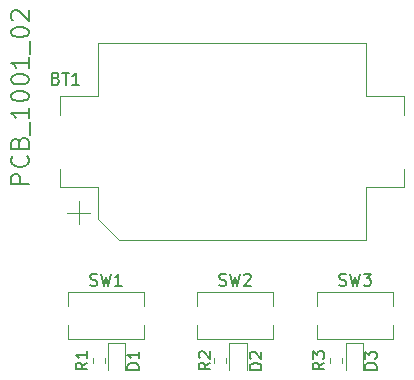
<source format=gbr>
%TF.GenerationSoftware,KiCad,Pcbnew,8.0.6*%
%TF.CreationDate,2025-04-02T21:44:45+01:00*%
%TF.ProjectId,PCB_1001_00,5043425f-3130-4303-915f-30302e6b6963,01*%
%TF.SameCoordinates,Original*%
%TF.FileFunction,Legend,Top*%
%TF.FilePolarity,Positive*%
%FSLAX46Y46*%
G04 Gerber Fmt 4.6, Leading zero omitted, Abs format (unit mm)*
G04 Created by KiCad (PCBNEW 8.0.6) date 2025-04-02 21:44:45*
%MOMM*%
%LPD*%
G01*
G04 APERTURE LIST*
%ADD10C,0.200000*%
%ADD11C,0.150000*%
%ADD12C,0.120000*%
G04 APERTURE END LIST*
D10*
X125536028Y-93999279D02*
X124036028Y-93999279D01*
X124036028Y-93999279D02*
X124036028Y-93427850D01*
X124036028Y-93427850D02*
X124107457Y-93284993D01*
X124107457Y-93284993D02*
X124178885Y-93213564D01*
X124178885Y-93213564D02*
X124321742Y-93142136D01*
X124321742Y-93142136D02*
X124536028Y-93142136D01*
X124536028Y-93142136D02*
X124678885Y-93213564D01*
X124678885Y-93213564D02*
X124750314Y-93284993D01*
X124750314Y-93284993D02*
X124821742Y-93427850D01*
X124821742Y-93427850D02*
X124821742Y-93999279D01*
X125393171Y-91642136D02*
X125464600Y-91713564D01*
X125464600Y-91713564D02*
X125536028Y-91927850D01*
X125536028Y-91927850D02*
X125536028Y-92070707D01*
X125536028Y-92070707D02*
X125464600Y-92284993D01*
X125464600Y-92284993D02*
X125321742Y-92427850D01*
X125321742Y-92427850D02*
X125178885Y-92499279D01*
X125178885Y-92499279D02*
X124893171Y-92570707D01*
X124893171Y-92570707D02*
X124678885Y-92570707D01*
X124678885Y-92570707D02*
X124393171Y-92499279D01*
X124393171Y-92499279D02*
X124250314Y-92427850D01*
X124250314Y-92427850D02*
X124107457Y-92284993D01*
X124107457Y-92284993D02*
X124036028Y-92070707D01*
X124036028Y-92070707D02*
X124036028Y-91927850D01*
X124036028Y-91927850D02*
X124107457Y-91713564D01*
X124107457Y-91713564D02*
X124178885Y-91642136D01*
X124750314Y-90499279D02*
X124821742Y-90284993D01*
X124821742Y-90284993D02*
X124893171Y-90213564D01*
X124893171Y-90213564D02*
X125036028Y-90142136D01*
X125036028Y-90142136D02*
X125250314Y-90142136D01*
X125250314Y-90142136D02*
X125393171Y-90213564D01*
X125393171Y-90213564D02*
X125464600Y-90284993D01*
X125464600Y-90284993D02*
X125536028Y-90427850D01*
X125536028Y-90427850D02*
X125536028Y-90999279D01*
X125536028Y-90999279D02*
X124036028Y-90999279D01*
X124036028Y-90999279D02*
X124036028Y-90499279D01*
X124036028Y-90499279D02*
X124107457Y-90356422D01*
X124107457Y-90356422D02*
X124178885Y-90284993D01*
X124178885Y-90284993D02*
X124321742Y-90213564D01*
X124321742Y-90213564D02*
X124464600Y-90213564D01*
X124464600Y-90213564D02*
X124607457Y-90284993D01*
X124607457Y-90284993D02*
X124678885Y-90356422D01*
X124678885Y-90356422D02*
X124750314Y-90499279D01*
X124750314Y-90499279D02*
X124750314Y-90999279D01*
X125678885Y-89856422D02*
X125678885Y-88713564D01*
X125536028Y-87570707D02*
X125536028Y-88427850D01*
X125536028Y-87999279D02*
X124036028Y-87999279D01*
X124036028Y-87999279D02*
X124250314Y-88142136D01*
X124250314Y-88142136D02*
X124393171Y-88284993D01*
X124393171Y-88284993D02*
X124464600Y-88427850D01*
X124036028Y-86642136D02*
X124036028Y-86499279D01*
X124036028Y-86499279D02*
X124107457Y-86356422D01*
X124107457Y-86356422D02*
X124178885Y-86284994D01*
X124178885Y-86284994D02*
X124321742Y-86213565D01*
X124321742Y-86213565D02*
X124607457Y-86142136D01*
X124607457Y-86142136D02*
X124964600Y-86142136D01*
X124964600Y-86142136D02*
X125250314Y-86213565D01*
X125250314Y-86213565D02*
X125393171Y-86284994D01*
X125393171Y-86284994D02*
X125464600Y-86356422D01*
X125464600Y-86356422D02*
X125536028Y-86499279D01*
X125536028Y-86499279D02*
X125536028Y-86642136D01*
X125536028Y-86642136D02*
X125464600Y-86784994D01*
X125464600Y-86784994D02*
X125393171Y-86856422D01*
X125393171Y-86856422D02*
X125250314Y-86927851D01*
X125250314Y-86927851D02*
X124964600Y-86999279D01*
X124964600Y-86999279D02*
X124607457Y-86999279D01*
X124607457Y-86999279D02*
X124321742Y-86927851D01*
X124321742Y-86927851D02*
X124178885Y-86856422D01*
X124178885Y-86856422D02*
X124107457Y-86784994D01*
X124107457Y-86784994D02*
X124036028Y-86642136D01*
X124036028Y-85213565D02*
X124036028Y-85070708D01*
X124036028Y-85070708D02*
X124107457Y-84927851D01*
X124107457Y-84927851D02*
X124178885Y-84856423D01*
X124178885Y-84856423D02*
X124321742Y-84784994D01*
X124321742Y-84784994D02*
X124607457Y-84713565D01*
X124607457Y-84713565D02*
X124964600Y-84713565D01*
X124964600Y-84713565D02*
X125250314Y-84784994D01*
X125250314Y-84784994D02*
X125393171Y-84856423D01*
X125393171Y-84856423D02*
X125464600Y-84927851D01*
X125464600Y-84927851D02*
X125536028Y-85070708D01*
X125536028Y-85070708D02*
X125536028Y-85213565D01*
X125536028Y-85213565D02*
X125464600Y-85356423D01*
X125464600Y-85356423D02*
X125393171Y-85427851D01*
X125393171Y-85427851D02*
X125250314Y-85499280D01*
X125250314Y-85499280D02*
X124964600Y-85570708D01*
X124964600Y-85570708D02*
X124607457Y-85570708D01*
X124607457Y-85570708D02*
X124321742Y-85499280D01*
X124321742Y-85499280D02*
X124178885Y-85427851D01*
X124178885Y-85427851D02*
X124107457Y-85356423D01*
X124107457Y-85356423D02*
X124036028Y-85213565D01*
X125536028Y-83284994D02*
X125536028Y-84142137D01*
X125536028Y-83713566D02*
X124036028Y-83713566D01*
X124036028Y-83713566D02*
X124250314Y-83856423D01*
X124250314Y-83856423D02*
X124393171Y-83999280D01*
X124393171Y-83999280D02*
X124464600Y-84142137D01*
X125678885Y-82999281D02*
X125678885Y-81856423D01*
X124036028Y-81213566D02*
X124036028Y-81070709D01*
X124036028Y-81070709D02*
X124107457Y-80927852D01*
X124107457Y-80927852D02*
X124178885Y-80856424D01*
X124178885Y-80856424D02*
X124321742Y-80784995D01*
X124321742Y-80784995D02*
X124607457Y-80713566D01*
X124607457Y-80713566D02*
X124964600Y-80713566D01*
X124964600Y-80713566D02*
X125250314Y-80784995D01*
X125250314Y-80784995D02*
X125393171Y-80856424D01*
X125393171Y-80856424D02*
X125464600Y-80927852D01*
X125464600Y-80927852D02*
X125536028Y-81070709D01*
X125536028Y-81070709D02*
X125536028Y-81213566D01*
X125536028Y-81213566D02*
X125464600Y-81356424D01*
X125464600Y-81356424D02*
X125393171Y-81427852D01*
X125393171Y-81427852D02*
X125250314Y-81499281D01*
X125250314Y-81499281D02*
X124964600Y-81570709D01*
X124964600Y-81570709D02*
X124607457Y-81570709D01*
X124607457Y-81570709D02*
X124321742Y-81499281D01*
X124321742Y-81499281D02*
X124178885Y-81427852D01*
X124178885Y-81427852D02*
X124107457Y-81356424D01*
X124107457Y-81356424D02*
X124036028Y-81213566D01*
X124178885Y-80142138D02*
X124107457Y-80070710D01*
X124107457Y-80070710D02*
X124036028Y-79927853D01*
X124036028Y-79927853D02*
X124036028Y-79570710D01*
X124036028Y-79570710D02*
X124107457Y-79427853D01*
X124107457Y-79427853D02*
X124178885Y-79356424D01*
X124178885Y-79356424D02*
X124321742Y-79284995D01*
X124321742Y-79284995D02*
X124464600Y-79284995D01*
X124464600Y-79284995D02*
X124678885Y-79356424D01*
X124678885Y-79356424D02*
X125536028Y-80213567D01*
X125536028Y-80213567D02*
X125536028Y-79284995D01*
D11*
X145234819Y-109727094D02*
X144234819Y-109727094D01*
X144234819Y-109727094D02*
X144234819Y-109488999D01*
X144234819Y-109488999D02*
X144282438Y-109346142D01*
X144282438Y-109346142D02*
X144377676Y-109250904D01*
X144377676Y-109250904D02*
X144472914Y-109203285D01*
X144472914Y-109203285D02*
X144663390Y-109155666D01*
X144663390Y-109155666D02*
X144806247Y-109155666D01*
X144806247Y-109155666D02*
X144996723Y-109203285D01*
X144996723Y-109203285D02*
X145091961Y-109250904D01*
X145091961Y-109250904D02*
X145187200Y-109346142D01*
X145187200Y-109346142D02*
X145234819Y-109488999D01*
X145234819Y-109488999D02*
X145234819Y-109727094D01*
X144330057Y-108774713D02*
X144282438Y-108727094D01*
X144282438Y-108727094D02*
X144234819Y-108631856D01*
X144234819Y-108631856D02*
X144234819Y-108393761D01*
X144234819Y-108393761D02*
X144282438Y-108298523D01*
X144282438Y-108298523D02*
X144330057Y-108250904D01*
X144330057Y-108250904D02*
X144425295Y-108203285D01*
X144425295Y-108203285D02*
X144520533Y-108203285D01*
X144520533Y-108203285D02*
X144663390Y-108250904D01*
X144663390Y-108250904D02*
X145234819Y-108822332D01*
X145234819Y-108822332D02*
X145234819Y-108203285D01*
X141668667Y-102563200D02*
X141811524Y-102610819D01*
X141811524Y-102610819D02*
X142049619Y-102610819D01*
X142049619Y-102610819D02*
X142144857Y-102563200D01*
X142144857Y-102563200D02*
X142192476Y-102515580D01*
X142192476Y-102515580D02*
X142240095Y-102420342D01*
X142240095Y-102420342D02*
X142240095Y-102325104D01*
X142240095Y-102325104D02*
X142192476Y-102229866D01*
X142192476Y-102229866D02*
X142144857Y-102182247D01*
X142144857Y-102182247D02*
X142049619Y-102134628D01*
X142049619Y-102134628D02*
X141859143Y-102087009D01*
X141859143Y-102087009D02*
X141763905Y-102039390D01*
X141763905Y-102039390D02*
X141716286Y-101991771D01*
X141716286Y-101991771D02*
X141668667Y-101896533D01*
X141668667Y-101896533D02*
X141668667Y-101801295D01*
X141668667Y-101801295D02*
X141716286Y-101706057D01*
X141716286Y-101706057D02*
X141763905Y-101658438D01*
X141763905Y-101658438D02*
X141859143Y-101610819D01*
X141859143Y-101610819D02*
X142097238Y-101610819D01*
X142097238Y-101610819D02*
X142240095Y-101658438D01*
X142573429Y-101610819D02*
X142811524Y-102610819D01*
X142811524Y-102610819D02*
X143002000Y-101896533D01*
X143002000Y-101896533D02*
X143192476Y-102610819D01*
X143192476Y-102610819D02*
X143430572Y-101610819D01*
X143763905Y-101706057D02*
X143811524Y-101658438D01*
X143811524Y-101658438D02*
X143906762Y-101610819D01*
X143906762Y-101610819D02*
X144144857Y-101610819D01*
X144144857Y-101610819D02*
X144240095Y-101658438D01*
X144240095Y-101658438D02*
X144287714Y-101706057D01*
X144287714Y-101706057D02*
X144335333Y-101801295D01*
X144335333Y-101801295D02*
X144335333Y-101896533D01*
X144335333Y-101896533D02*
X144287714Y-102039390D01*
X144287714Y-102039390D02*
X143716286Y-102610819D01*
X143716286Y-102610819D02*
X144335333Y-102610819D01*
X154981819Y-109704094D02*
X153981819Y-109704094D01*
X153981819Y-109704094D02*
X153981819Y-109465999D01*
X153981819Y-109465999D02*
X154029438Y-109323142D01*
X154029438Y-109323142D02*
X154124676Y-109227904D01*
X154124676Y-109227904D02*
X154219914Y-109180285D01*
X154219914Y-109180285D02*
X154410390Y-109132666D01*
X154410390Y-109132666D02*
X154553247Y-109132666D01*
X154553247Y-109132666D02*
X154743723Y-109180285D01*
X154743723Y-109180285D02*
X154838961Y-109227904D01*
X154838961Y-109227904D02*
X154934200Y-109323142D01*
X154934200Y-109323142D02*
X154981819Y-109465999D01*
X154981819Y-109465999D02*
X154981819Y-109704094D01*
X153981819Y-108799332D02*
X153981819Y-108180285D01*
X153981819Y-108180285D02*
X154362771Y-108513618D01*
X154362771Y-108513618D02*
X154362771Y-108370761D01*
X154362771Y-108370761D02*
X154410390Y-108275523D01*
X154410390Y-108275523D02*
X154458009Y-108227904D01*
X154458009Y-108227904D02*
X154553247Y-108180285D01*
X154553247Y-108180285D02*
X154791342Y-108180285D01*
X154791342Y-108180285D02*
X154886580Y-108227904D01*
X154886580Y-108227904D02*
X154934200Y-108275523D01*
X154934200Y-108275523D02*
X154981819Y-108370761D01*
X154981819Y-108370761D02*
X154981819Y-108656475D01*
X154981819Y-108656475D02*
X154934200Y-108751713D01*
X154934200Y-108751713D02*
X154886580Y-108799332D01*
X134863819Y-109704094D02*
X133863819Y-109704094D01*
X133863819Y-109704094D02*
X133863819Y-109465999D01*
X133863819Y-109465999D02*
X133911438Y-109323142D01*
X133911438Y-109323142D02*
X134006676Y-109227904D01*
X134006676Y-109227904D02*
X134101914Y-109180285D01*
X134101914Y-109180285D02*
X134292390Y-109132666D01*
X134292390Y-109132666D02*
X134435247Y-109132666D01*
X134435247Y-109132666D02*
X134625723Y-109180285D01*
X134625723Y-109180285D02*
X134720961Y-109227904D01*
X134720961Y-109227904D02*
X134816200Y-109323142D01*
X134816200Y-109323142D02*
X134863819Y-109465999D01*
X134863819Y-109465999D02*
X134863819Y-109704094D01*
X134863819Y-108180285D02*
X134863819Y-108751713D01*
X134863819Y-108465999D02*
X133863819Y-108465999D01*
X133863819Y-108465999D02*
X134006676Y-108561237D01*
X134006676Y-108561237D02*
X134101914Y-108656475D01*
X134101914Y-108656475D02*
X134149533Y-108751713D01*
X151828667Y-102563200D02*
X151971524Y-102610819D01*
X151971524Y-102610819D02*
X152209619Y-102610819D01*
X152209619Y-102610819D02*
X152304857Y-102563200D01*
X152304857Y-102563200D02*
X152352476Y-102515580D01*
X152352476Y-102515580D02*
X152400095Y-102420342D01*
X152400095Y-102420342D02*
X152400095Y-102325104D01*
X152400095Y-102325104D02*
X152352476Y-102229866D01*
X152352476Y-102229866D02*
X152304857Y-102182247D01*
X152304857Y-102182247D02*
X152209619Y-102134628D01*
X152209619Y-102134628D02*
X152019143Y-102087009D01*
X152019143Y-102087009D02*
X151923905Y-102039390D01*
X151923905Y-102039390D02*
X151876286Y-101991771D01*
X151876286Y-101991771D02*
X151828667Y-101896533D01*
X151828667Y-101896533D02*
X151828667Y-101801295D01*
X151828667Y-101801295D02*
X151876286Y-101706057D01*
X151876286Y-101706057D02*
X151923905Y-101658438D01*
X151923905Y-101658438D02*
X152019143Y-101610819D01*
X152019143Y-101610819D02*
X152257238Y-101610819D01*
X152257238Y-101610819D02*
X152400095Y-101658438D01*
X152733429Y-101610819D02*
X152971524Y-102610819D01*
X152971524Y-102610819D02*
X153162000Y-101896533D01*
X153162000Y-101896533D02*
X153352476Y-102610819D01*
X153352476Y-102610819D02*
X153590572Y-101610819D01*
X153876286Y-101610819D02*
X154495333Y-101610819D01*
X154495333Y-101610819D02*
X154162000Y-101991771D01*
X154162000Y-101991771D02*
X154304857Y-101991771D01*
X154304857Y-101991771D02*
X154400095Y-102039390D01*
X154400095Y-102039390D02*
X154447714Y-102087009D01*
X154447714Y-102087009D02*
X154495333Y-102182247D01*
X154495333Y-102182247D02*
X154495333Y-102420342D01*
X154495333Y-102420342D02*
X154447714Y-102515580D01*
X154447714Y-102515580D02*
X154400095Y-102563200D01*
X154400095Y-102563200D02*
X154304857Y-102610819D01*
X154304857Y-102610819D02*
X154019143Y-102610819D01*
X154019143Y-102610819D02*
X153923905Y-102563200D01*
X153923905Y-102563200D02*
X153876286Y-102515580D01*
X127837285Y-85055009D02*
X127980142Y-85102628D01*
X127980142Y-85102628D02*
X128027761Y-85150247D01*
X128027761Y-85150247D02*
X128075380Y-85245485D01*
X128075380Y-85245485D02*
X128075380Y-85388342D01*
X128075380Y-85388342D02*
X128027761Y-85483580D01*
X128027761Y-85483580D02*
X127980142Y-85531200D01*
X127980142Y-85531200D02*
X127884904Y-85578819D01*
X127884904Y-85578819D02*
X127503952Y-85578819D01*
X127503952Y-85578819D02*
X127503952Y-84578819D01*
X127503952Y-84578819D02*
X127837285Y-84578819D01*
X127837285Y-84578819D02*
X127932523Y-84626438D01*
X127932523Y-84626438D02*
X127980142Y-84674057D01*
X127980142Y-84674057D02*
X128027761Y-84769295D01*
X128027761Y-84769295D02*
X128027761Y-84864533D01*
X128027761Y-84864533D02*
X127980142Y-84959771D01*
X127980142Y-84959771D02*
X127932523Y-85007390D01*
X127932523Y-85007390D02*
X127837285Y-85055009D01*
X127837285Y-85055009D02*
X127503952Y-85055009D01*
X128361095Y-84578819D02*
X128932523Y-84578819D01*
X128646809Y-85578819D02*
X128646809Y-84578819D01*
X129789666Y-85578819D02*
X129218238Y-85578819D01*
X129503952Y-85578819D02*
X129503952Y-84578819D01*
X129503952Y-84578819D02*
X129408714Y-84721676D01*
X129408714Y-84721676D02*
X129313476Y-84816914D01*
X129313476Y-84816914D02*
X129218238Y-84864533D01*
X140916819Y-109112666D02*
X140440628Y-109445999D01*
X140916819Y-109684094D02*
X139916819Y-109684094D01*
X139916819Y-109684094D02*
X139916819Y-109303142D01*
X139916819Y-109303142D02*
X139964438Y-109207904D01*
X139964438Y-109207904D02*
X140012057Y-109160285D01*
X140012057Y-109160285D02*
X140107295Y-109112666D01*
X140107295Y-109112666D02*
X140250152Y-109112666D01*
X140250152Y-109112666D02*
X140345390Y-109160285D01*
X140345390Y-109160285D02*
X140393009Y-109207904D01*
X140393009Y-109207904D02*
X140440628Y-109303142D01*
X140440628Y-109303142D02*
X140440628Y-109684094D01*
X140012057Y-108731713D02*
X139964438Y-108684094D01*
X139964438Y-108684094D02*
X139916819Y-108588856D01*
X139916819Y-108588856D02*
X139916819Y-108350761D01*
X139916819Y-108350761D02*
X139964438Y-108255523D01*
X139964438Y-108255523D02*
X140012057Y-108207904D01*
X140012057Y-108207904D02*
X140107295Y-108160285D01*
X140107295Y-108160285D02*
X140202533Y-108160285D01*
X140202533Y-108160285D02*
X140345390Y-108207904D01*
X140345390Y-108207904D02*
X140916819Y-108779332D01*
X140916819Y-108779332D02*
X140916819Y-108160285D01*
X150568819Y-109112666D02*
X150092628Y-109445999D01*
X150568819Y-109684094D02*
X149568819Y-109684094D01*
X149568819Y-109684094D02*
X149568819Y-109303142D01*
X149568819Y-109303142D02*
X149616438Y-109207904D01*
X149616438Y-109207904D02*
X149664057Y-109160285D01*
X149664057Y-109160285D02*
X149759295Y-109112666D01*
X149759295Y-109112666D02*
X149902152Y-109112666D01*
X149902152Y-109112666D02*
X149997390Y-109160285D01*
X149997390Y-109160285D02*
X150045009Y-109207904D01*
X150045009Y-109207904D02*
X150092628Y-109303142D01*
X150092628Y-109303142D02*
X150092628Y-109684094D01*
X149568819Y-108779332D02*
X149568819Y-108160285D01*
X149568819Y-108160285D02*
X149949771Y-108493618D01*
X149949771Y-108493618D02*
X149949771Y-108350761D01*
X149949771Y-108350761D02*
X149997390Y-108255523D01*
X149997390Y-108255523D02*
X150045009Y-108207904D01*
X150045009Y-108207904D02*
X150140247Y-108160285D01*
X150140247Y-108160285D02*
X150378342Y-108160285D01*
X150378342Y-108160285D02*
X150473580Y-108207904D01*
X150473580Y-108207904D02*
X150521200Y-108255523D01*
X150521200Y-108255523D02*
X150568819Y-108350761D01*
X150568819Y-108350761D02*
X150568819Y-108636475D01*
X150568819Y-108636475D02*
X150521200Y-108731713D01*
X150521200Y-108731713D02*
X150473580Y-108779332D01*
X130502819Y-109112666D02*
X130026628Y-109445999D01*
X130502819Y-109684094D02*
X129502819Y-109684094D01*
X129502819Y-109684094D02*
X129502819Y-109303142D01*
X129502819Y-109303142D02*
X129550438Y-109207904D01*
X129550438Y-109207904D02*
X129598057Y-109160285D01*
X129598057Y-109160285D02*
X129693295Y-109112666D01*
X129693295Y-109112666D02*
X129836152Y-109112666D01*
X129836152Y-109112666D02*
X129931390Y-109160285D01*
X129931390Y-109160285D02*
X129979009Y-109207904D01*
X129979009Y-109207904D02*
X130026628Y-109303142D01*
X130026628Y-109303142D02*
X130026628Y-109684094D01*
X130502819Y-108160285D02*
X130502819Y-108731713D01*
X130502819Y-108445999D02*
X129502819Y-108445999D01*
X129502819Y-108445999D02*
X129645676Y-108541237D01*
X129645676Y-108541237D02*
X129740914Y-108636475D01*
X129740914Y-108636475D02*
X129788533Y-108731713D01*
X130746667Y-102563200D02*
X130889524Y-102610819D01*
X130889524Y-102610819D02*
X131127619Y-102610819D01*
X131127619Y-102610819D02*
X131222857Y-102563200D01*
X131222857Y-102563200D02*
X131270476Y-102515580D01*
X131270476Y-102515580D02*
X131318095Y-102420342D01*
X131318095Y-102420342D02*
X131318095Y-102325104D01*
X131318095Y-102325104D02*
X131270476Y-102229866D01*
X131270476Y-102229866D02*
X131222857Y-102182247D01*
X131222857Y-102182247D02*
X131127619Y-102134628D01*
X131127619Y-102134628D02*
X130937143Y-102087009D01*
X130937143Y-102087009D02*
X130841905Y-102039390D01*
X130841905Y-102039390D02*
X130794286Y-101991771D01*
X130794286Y-101991771D02*
X130746667Y-101896533D01*
X130746667Y-101896533D02*
X130746667Y-101801295D01*
X130746667Y-101801295D02*
X130794286Y-101706057D01*
X130794286Y-101706057D02*
X130841905Y-101658438D01*
X130841905Y-101658438D02*
X130937143Y-101610819D01*
X130937143Y-101610819D02*
X131175238Y-101610819D01*
X131175238Y-101610819D02*
X131318095Y-101658438D01*
X131651429Y-101610819D02*
X131889524Y-102610819D01*
X131889524Y-102610819D02*
X132080000Y-101896533D01*
X132080000Y-101896533D02*
X132270476Y-102610819D01*
X132270476Y-102610819D02*
X132508572Y-101610819D01*
X133413333Y-102610819D02*
X132841905Y-102610819D01*
X133127619Y-102610819D02*
X133127619Y-101610819D01*
X133127619Y-101610819D02*
X133032381Y-101753676D01*
X133032381Y-101753676D02*
X132937143Y-101848914D01*
X132937143Y-101848914D02*
X132841905Y-101896533D01*
D12*
%TO.C,D2*%
X142521000Y-107481000D02*
X142521000Y-109766000D01*
X143991000Y-107481000D02*
X142521000Y-107481000D01*
X143991000Y-109766000D02*
X143991000Y-107481000D01*
%TO.C,SW2*%
X139802000Y-103156000D02*
X139802000Y-104356000D01*
X139802000Y-105956000D02*
X139802000Y-107156000D01*
X139802000Y-107156000D02*
X146202000Y-107156000D01*
X146202000Y-103156000D02*
X139802000Y-103156000D01*
X146202000Y-104356000D02*
X146202000Y-103156000D01*
X146202000Y-107156000D02*
X146202000Y-105956000D01*
%TO.C,D3*%
X152362000Y-107481000D02*
X152362000Y-109766000D01*
X153832000Y-107481000D02*
X152362000Y-107481000D01*
X153832000Y-109766000D02*
X153832000Y-107481000D01*
%TO.C,D1*%
X132244000Y-107481000D02*
X132244000Y-109766000D01*
X133714000Y-107481000D02*
X132244000Y-107481000D01*
X133714000Y-109766000D02*
X133714000Y-107481000D01*
%TO.C,SW3*%
X149962000Y-103156000D02*
X149962000Y-104356000D01*
X149962000Y-105956000D02*
X149962000Y-107156000D01*
X149962000Y-107156000D02*
X156362000Y-107156000D01*
X156362000Y-103156000D02*
X149962000Y-103156000D01*
X156362000Y-104356000D02*
X156362000Y-103156000D01*
X156362000Y-107156000D02*
X156362000Y-105956000D01*
%TO.C,BT1*%
X128198000Y-86574000D02*
X128198000Y-88124000D01*
X128198000Y-94274000D02*
X128198000Y-92724000D01*
X129748000Y-95424000D02*
X129748000Y-97424000D01*
X130748000Y-96424000D02*
X128748000Y-96424000D01*
X131398000Y-82074000D02*
X131398000Y-86574000D01*
X131398000Y-82074000D02*
X154098000Y-82074000D01*
X131398000Y-86574000D02*
X128198000Y-86574000D01*
X131398000Y-94274000D02*
X128198000Y-94274000D01*
X131398000Y-96974000D02*
X131398000Y-94274000D01*
X133198000Y-98774000D02*
X131398000Y-96974000D01*
X154098000Y-82074000D02*
X154098000Y-86574000D01*
X154098000Y-86574000D02*
X157298000Y-86574000D01*
X154098000Y-94274000D02*
X157298000Y-94274000D01*
X154098000Y-98774000D02*
X133198000Y-98774000D01*
X154098000Y-98774000D02*
X154098000Y-94274000D01*
X157298000Y-86574000D02*
X157298000Y-88124000D01*
X157298000Y-94274000D02*
X157298000Y-92724000D01*
%TO.C,R2*%
X141209500Y-108708742D02*
X141209500Y-109183258D01*
X142254500Y-108708742D02*
X142254500Y-109183258D01*
%TO.C,R3*%
X151025000Y-108708742D02*
X151025000Y-109183258D01*
X152070000Y-108708742D02*
X152070000Y-109183258D01*
%TO.C,R1*%
X130932500Y-108708742D02*
X130932500Y-109183258D01*
X131977500Y-108708742D02*
X131977500Y-109183258D01*
%TO.C,SW1*%
X128880000Y-103156000D02*
X128880000Y-104356000D01*
X128880000Y-105956000D02*
X128880000Y-107156000D01*
X128880000Y-107156000D02*
X135280000Y-107156000D01*
X135280000Y-103156000D02*
X128880000Y-103156000D01*
X135280000Y-104356000D02*
X135280000Y-103156000D01*
X135280000Y-107156000D02*
X135280000Y-105956000D01*
%TD*%
M02*

</source>
